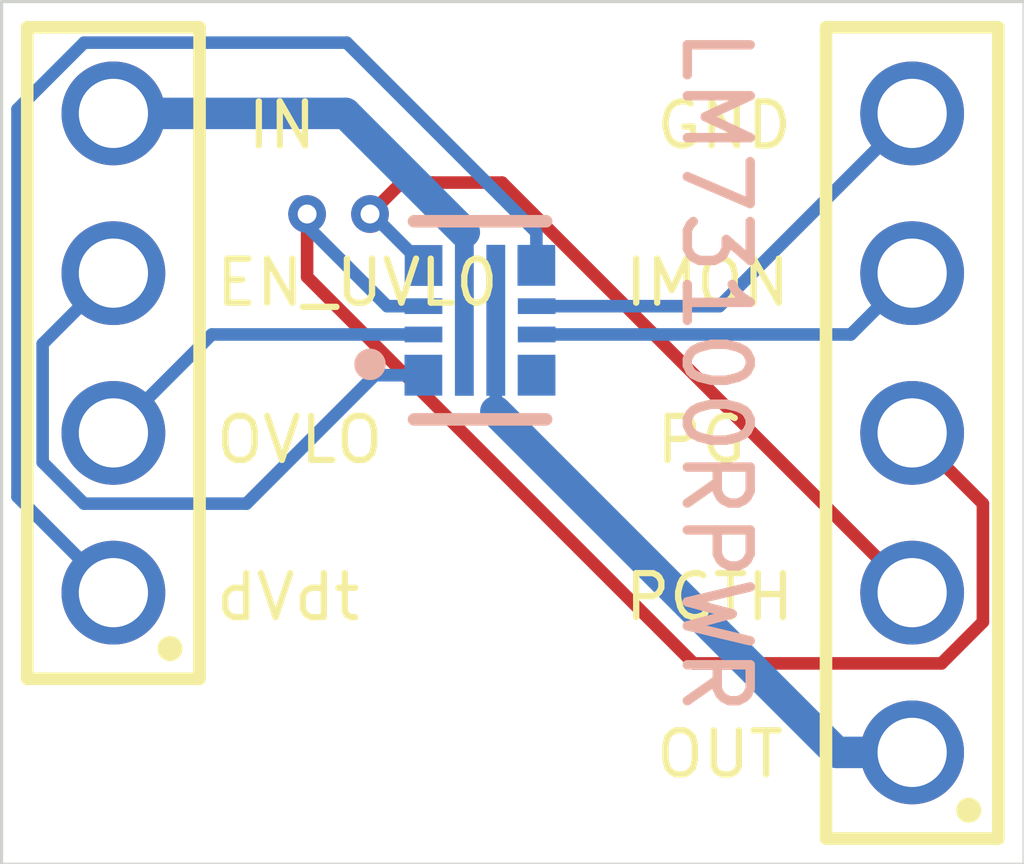
<source format=kicad_pcb>
(kicad_pcb (version 20240108) (generator "pcbnew") (generator_version "8.0")
  (layers (0 "F.Cu" signal) (31 "B.Cu" signal) (34 "B.Paste" user) (35 "F.Paste" user) (36 "B.SilkS" user "B.Silkscreen") (37 "F.SilkS" user "F.Silkscreen") (38 "B.Mask" user) (39 "F.Mask" user) (44 "Edge.Cuts" user))
  (net 0 "")
  (net 1 "/OUT")
  (net 2 "/GND")
  (net 3 "/IMON")
  (net 4 "/PG")
  (net 5 "/PGTH")
  (net 6 "/OVLO")
  (net 7 "/IN")
  (net 8 "/dVdt")
  (net 9 "/EN_UVLO")
  (footprint "Capstone:61300511121" (layer "F.Cu") (at 134.62 93.98 90)
    (property "Reference" "J1" (hide yes))
    (property "Value" "61300511121" (hide yes))
    (fp_line (start 6.45 -1.37) (end 6.45 1.37) (stroke (width 0.2)) (layer "F.SilkS"))
    (fp_line (start -6.45 -1.37) (end 6.45 -1.37) (stroke (width 0.2)) (layer "F.SilkS"))
    (fp_line (start 6.45 1.37) (end -6.45 1.37) (stroke (width 0.2)) (layer "F.SilkS"))
    (fp_line (start -6.45 1.37) (end -6.45 -1.37) (stroke (width 0.2)) (layer "F.SilkS"))
    (fp_circle (center -6 0.9) (end -5.9 0.9) (stroke (width 0.2)) (fill none) (layer "F.SilkS"))
    (pad "1" thru_hole circle (at -5.08 0 90) (size 1.65 1.65) (drill 1.1) (layers "*.Cu" "*.Mask") (net 1 "/OUT"))
    (pad "2" thru_hole circle (at -2.54 0 90) (size 1.65 1.65) (drill 1.1) (layers "*.Cu" "*.Mask") (net 5 "/PGTH"))
    (pad "3" thru_hole circle (at 0 0 90) (size 1.65 1.65) (drill 1.1) (layers "*.Cu" "*.Mask") (net 4 "/PG"))
    (pad "4" thru_hole circle (at 2.54 0 90) (size 1.65 1.65) (drill 1.1) (layers "*.Cu" "*.Mask") (net 3 "/IMON"))
    (pad "5" thru_hole circle (at 5.08 0 90) (size 1.65 1.65) (drill 1.1) (layers "*.Cu" "*.Mask") (net 2 "/GND"))
  )
  (footprint "Capstone:61300411121" (layer "F.Cu") (at 121.92 92.71 90)
    (property "Reference" "J2" (hide yes))
    (property "Value" "61300411121" (hide yes))
    (fp_line (start 5.18 -1.37) (end 5.18 1.37) (stroke (width 0.2)) (layer "F.SilkS"))
    (fp_line (start -5.18 -1.37) (end 5.18 -1.37) (stroke (width 0.2)) (layer "F.SilkS"))
    (fp_line (start 5.18 1.37) (end -5.18 1.37) (stroke (width 0.2)) (layer "F.SilkS"))
    (fp_line (start -5.18 1.37) (end -5.18 -1.37) (stroke (width 0.2)) (layer "F.SilkS"))
    (fp_circle (center -4.7 0.9) (end -4.6 0.9) (stroke (width 0.2)) (fill none) (layer "F.SilkS"))
    (pad "1" thru_hole circle (at -3.81 0 90) (size 1.65 1.65) (drill 1.1) (layers "*.Cu" "*.Mask") (net 8 "/dVdt"))
    (pad "2" thru_hole circle (at -1.27 0 90) (size 1.65 1.65) (drill 1.1) (layers "*.Cu" "*.Mask") (net 6 "/OVLO"))
    (pad "3" thru_hole circle (at 1.27 0 90) (size 1.65 1.65) (drill 1.1) (layers "*.Cu" "*.Mask") (net 9 "/EN_UVLO"))
    (pad "4" thru_hole circle (at 3.81 0 90) (size 1.65 1.65) (drill 1.1) (layers "*.Cu" "*.Mask") (net 7 "/IN"))
  )
  (footprint "Capstone:RPW0010A-MFG" (layer "B.Cu") (at 127.750001 92.189998)
    (property "Reference" "U1" (hide yes))
    (property "Value" "LM73100RPWR" (at 3.749999 0.810002 -90) (layer "B.SilkS"))
    (fp_line (start 1.05 -1.575001) (end -1.05 -1.575001) (stroke (width 0.2)) (layer "B.SilkS"))
    (fp_line (start 1.05 1.575001) (end -1.05 1.575001) (stroke (width 0.2)) (layer "B.SilkS"))
    (fp_circle (center -1.749999 0.700001) (end -1.624998 0.700001) (stroke (width 0.25)) (fill none) (layer "B.SilkS"))
    (pad "1" smd custom (at -0.901261 0.87272) (size 0.6 0.65) (layers "B.Cu" "B.Mask") (net 9 "/EN_UVLO") (options (clearance outline) (anchor rect)) (primitives))
    (pad "2" smd rect (at -0.900001 0.225001) (size 0.599999 0.249999) (layers "B.Cu" "B.Paste" "B.Mask") (net 6 "/OVLO"))
    (pad "3" smd rect (at -0.900001 -0.225001) (size 0.599999 0.249999) (layers "B.Cu" "B.Paste" "B.Mask") (net 4 "/PG"))
    (pad "4" smd custom (at -0.898637 -0.871762) (size 0.6 0.65) (layers "B.Cu" "B.Mask") (net 5 "/PGTH") (options (clearance outline) (anchor rect)) (primitives))
    (pad "5" smd rect (at -0.25 0) (size 0.299999 2.4) (layers "B.Cu" "B.Mask") (net 7 "/IN"))
    (pad "6" smd rect (at 0.25 0) (size 0.299999 2.4) (layers "B.Cu" "B.Mask") (net 1 "/OUT"))
    (pad "7" smd custom (at 0.895119 -0.874082) (size 0.6 0.65) (layers "B.Cu" "B.Mask") (net 8 "/dVdt") (options (clearance outline) (anchor rect)) (primitives))
    (pad "8" smd rect (at 0.900001 -0.225001) (size 0.599999 0.249999) (layers "B.Cu" "B.Paste" "B.Mask") (net 2 "/GND"))
    (pad "9" smd rect (at 0.900001 0.225001) (size 0.599999 0.249999) (layers "B.Cu" "B.Paste" "B.Mask") (net 3 "/IMON"))
    (pad "10" smd custom (at 0.89831 0.87272) (size 0.6 0.65) (layers "B.Cu" "B.Mask") (options (clearance outline) (anchor rect)) (primitives))
  )
  (gr_rect (start 120.142 87.122) (end 136.398 100.838) (stroke (width 0.05)) (fill none) (layer "Edge.Cuts"))
  (gr_text "PGTH" (at 130 97 0) (layer "F.SilkS") (effects (font (size 0.7 0.7) (thickness 0.1)) (justify left bottom)))
  (gr_text "IN" (at 124 89.5 0) (layer "F.SilkS") (effects (font (size 0.7 0.7) (thickness 0.1)) (justify left bottom)))
  (gr_text "IMON" (at 130 92 0) (layer "F.SilkS") (effects (font (size 0.7 0.7) (thickness 0.1)) (justify left bottom)))
  (gr_text "OUT" (at 130.5 99.5 0) (layer "F.SilkS") (effects (font (size 0.7 0.7) (thickness 0.1)) (justify left bottom)))
  (gr_text "EN_UVL0" (at 123.5 92 0) (layer "F.SilkS") (effects (font (size 0.7 0.7) (thickness 0.1)) (justify left bottom)))
  (gr_text "GND" (at 130.5 89.5 0) (layer "F.SilkS") (effects (font (size 0.7 0.7) (thickness 0.1)) (justify left bottom)))
  (gr_text "PG" (at 130.5 94.5 0) (layer "F.SilkS") (effects (font (size 0.7 0.7) (thickness 0.1)) (justify left bottom)))
  (gr_text "dVdt" (at 123.5 97 0) (layer "F.SilkS") (effects (font (size 0.7 0.7) (thickness 0.1)) (justify left bottom)))
  (gr_text "OVLO" (at 123.5 94.5 0) (layer "F.SilkS") (effects (font (size 0.7 0.7) (thickness 0.1)) (justify left bottom)))
  (segment (start 133.420001 99.06) (end 134.62 99.06) (width 0.5) (layer "B.Cu") (net 1))
  (segment (start 127.999998 92.189998) (end 127.999998 93.639997) (width 0.2) (layer "B.Cu") (net 1))
  (segment (start 127.999998 93.639997) (end 133.420001 99.06) (width 0.5) (layer "B.Cu") (net 1))
  (segment (start 131.555003 91.964997) (end 134.62 88.9) (width 0.2) (layer "B.Cu") (net 2))
  (segment (start 128.649999 91.964997) (end 131.555003 91.964997) (width 0.2) (layer "B.Cu") (net 2))
  (segment (start 133.645001 92.414999) (end 134.62 91.44) (width 0.2) (layer "B.Cu") (net 3))
  (segment (start 128.649999 92.414999) (end 133.645001 92.414999) (width 0.2) (layer "B.Cu") (net 3))
  (segment (start 135.745 96.985991) (end 135.745 95.105) (width 0.2) (layer "F.Cu") (net 4))
  (segment (start 135.745 95.105) (end 134.62 93.98) (width 0.2) (layer "F.Cu") (net 4))
  (segment (start 125 90.5) (end 125 91.5) (width 0.2) (layer "F.Cu") (net 4))
  (segment (start 135.085991 97.645) (end 135.745 96.985991) (width 0.2) (layer "F.Cu") (net 4))
  (segment (start 125 91.5) (end 131.145 97.645) (width 0.2) (layer "F.Cu") (net 4))
  (segment (start 131.145 97.645) (end 135.085991 97.645) (width 0.2) (layer "F.Cu") (net 4))
  (via (at 125 90.5) (size 0.6) (drill 0.3) (layers "F.Cu" "B.Cu") (net 4))
  (segment (start 125 90.691872) (end 126.273125 91.964997) (width 0.2) (layer "B.Cu") (net 4))
  (segment (start 125 90.5) (end 125 90.691872) (width 0.2) (layer "B.Cu") (net 4))
  (segment (start 126.273125 91.964997) (end 126.85 91.964997) (width 0.2) (layer "B.Cu") (net 4))
  (segment (start 134.62 96.52) (end 128.1 90) (width 0.2) (layer "F.Cu") (net 5))
  (segment (start 128.1 90) (end 127 90) (width 0.2) (layer "F.Cu") (net 5))
  (segment (start 127 90) (end 126.5 90) (width 0.2) (layer "F.Cu") (net 5))
  (segment (start 126.5 90) (end 126 90.5) (width 0.2) (layer "F.Cu") (net 5))
  (via (at 126 90.5) (size 0.6) (drill 0.3) (layers "F.Cu" "B.Cu") (net 5))
  (segment (start 126 90.5) (end 126.033128 90.5) (width 0.2) (layer "B.Cu") (net 5))
  (segment (start 126.033128 90.5) (end 126.851364 91.318236) (width 0.2) (layer "B.Cu") (net 5))
  (segment (start 123.485001 92.414999) (end 121.92 93.98) (width 0.2) (layer "B.Cu") (net 6))
  (segment (start 126.849997 92.414999) (end 123.485001 92.414999) (width 0.2) (layer "B.Cu") (net 6))
  (segment (start 125.61 88.9) (end 121.92 88.9) (width 0.5) (layer "B.Cu") (net 7))
  (segment (start 127.499998 90.789998) (end 125.61 88.9) (width 0.5) (layer "B.Cu") (net 7))
  (segment (start 127.499998 92.189998) (end 127.499998 90.789998) (width 0.2) (layer "B.Cu") (net 7))
  (segment (start 120.395 94.995) (end 120.395 88.834009) (width 0.2) (layer "B.Cu") (net 8))
  (segment (start 121.454009 87.775) (end 125.629204 87.775) (width 0.2) (layer "B.Cu") (net 8))
  (segment (start 128.64512 90.790916) (end 128.64512 91.315916) (width 0.2) (layer "B.Cu") (net 8))
  (segment (start 120.395 88.834009) (end 121.454009 87.775) (width 0.2) (layer "B.Cu") (net 8))
  (segment (start 125.629204 87.775) (end 128.64512 90.790916) (width 0.2) (layer "B.Cu") (net 8))
  (segment (start 121.92 96.52) (end 120.395 94.995) (width 0.2) (layer "B.Cu") (net 8))
  (segment (start 121.454009 95.105) (end 124.034999 95.105) (width 0.2) (layer "B.Cu") (net 9))
  (segment (start 120.795 92.565) (end 120.795 94.445991) (width 0.2) (layer "B.Cu") (net 9))
  (segment (start 124.034999 95.105) (end 126.077281 93.062718) (width 0.2) (layer "B.Cu") (net 9))
  (segment (start 126.077281 93.062718) (end 126.84874 93.062718) (width 0.2) (layer "B.Cu") (net 9))
  (segment (start 120.795 94.445991) (end 121.454009 95.105) (width 0.2) (layer "B.Cu") (net 9))
  (segment (start 121.92 91.44) (end 120.795 92.565) (width 0.2) (layer "B.Cu") (net 9))
)
</source>
